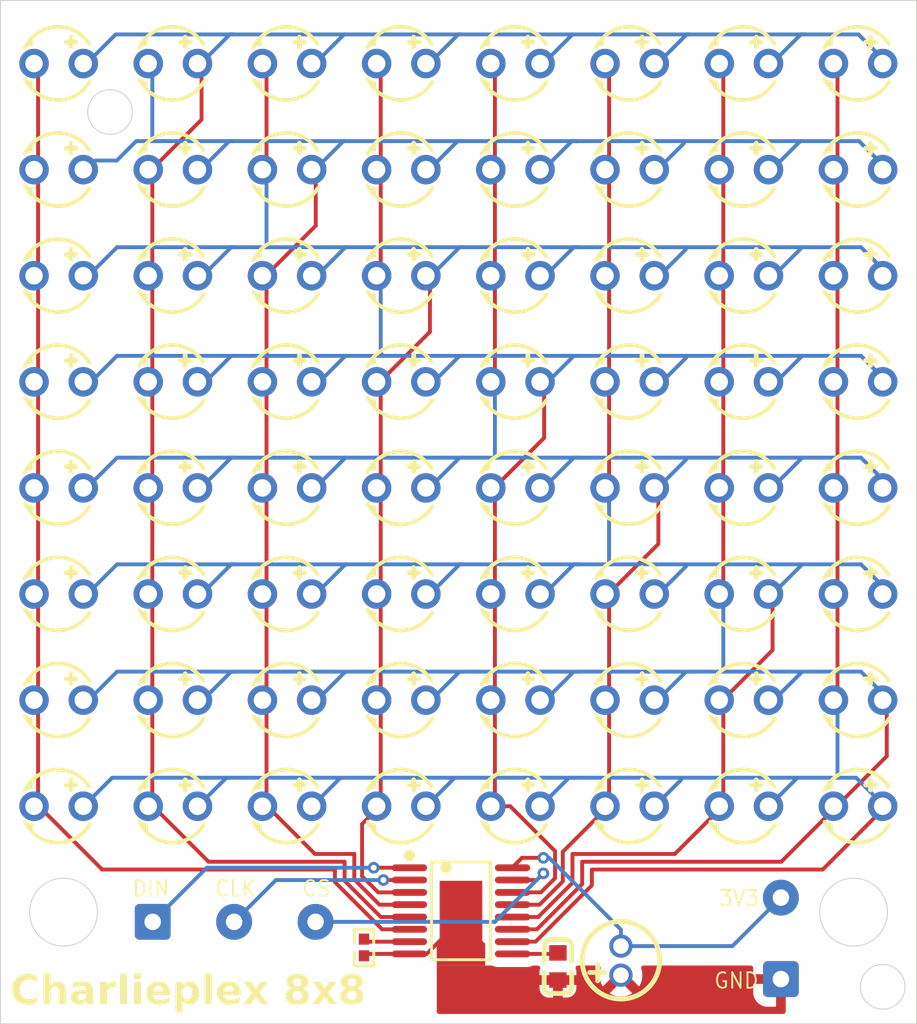
<source format=kicad_pcb>
(kicad_pcb (version 20241229) (generator "pcbnew") (generator_version "9.0")
  (layers (0 "F.Cu" signal) (2 "B.Cu" signal) (13 "F.Paste" user) (15 "B.Paste" user) (5 "F.SilkS" user "F.Silkscreen") (7 "B.SilkS" user "B.Silkscreen") (1 "F.Mask" user) (3 "B.Mask" user) (25 "Edge.Cuts" user))
  (net 0 "")
  (net 1 "/CA1")
  (net 2 "/CA5")
  (net 3 "/CA4")
  (net 4 "GND")
  (net 5 "Net-(U1-OSC)")
  (net 6 "Net-(U1-ISET)")
  (net 7 "Net-(J2-Pin_3)")
  (net 8 "/CA3")
  (net 9 "/CA7")
  (net 10 "/CA9")
  (net 11 "/CA6")
  (net 12 "/CA2")
  (net 13 "Net-(J2-Pin_2)")
  (net 14 "/CA8")
  (net 15 "Net-(J2-Pin_1)")
  (net 16 "+3.3V")
  (footprint "easyeda2kicad:LED-TH_BD3.8-P2.54-RD" (layer "F.Cu") (at 172.84 83.69)
    (property "Reference" "D51" (hide yes))
    (property "Value" "LED" (hide yes))
  )
  (footprint "easyeda2kicad:LED-TH_BD3.8-P2.54-RD" (layer "F.Cu") (at 166.95 111.04)
    (property "Reference" "D48" (hide yes))
    (property "Value" "LED" (hide yes))
  )
  (footprint "easyeda2kicad:LED-TH_BD3.8-P2.54-RD" (layer "F.Cu") (at 161.06 111.04)
    (property "Reference" "D40" (hide yes))
    (property "Value" "LED" (hide yes))
  )
  (footprint "easyeda2kicad:LED-TH_BD3.8-P2.54-RD" (layer "F.Cu") (at 149.28 94.63)
    (property "Reference" "D21" (hide yes))
    (property "Value" "LED" (hide yes))
  )
  (footprint "easyeda2kicad:LED-TH_BD3.8-P2.54-RD" (layer "F.Cu") (at 166.95 78.22)
    (property "Reference" "D42" (hide yes))
    (property "Value" "LED" (hide yes))
  )
  (footprint "easyeda2kicad:LED-TH_BD3.8-P2.54-RD" (layer "F.Cu") (at 137.5 100.1)
    (property "Reference" "D6" (hide yes))
    (property "Value" "LED" (hide yes))
  )
  (footprint "easyeda2kicad:LED-TH_BD3.8-P2.54-RD" (layer "F.Cu") (at 178.73 72.75)
    (property "Reference" "D57" (hide yes))
    (property "Value" "LED" (hide yes))
  )
  (footprint "easyeda2kicad:LED-TH_BD3.8-P2.54-RD" (layer "F.Cu") (at 149.28 111.04)
    (property "Reference" "D24" (hide yes))
    (property "Value" "LED" (hide yes))
  )
  (footprint "easyeda2kicad:LED-TH_BD3.8-P2.54-RD" (layer "F.Cu") (at 161.06 105.57)
    (property "Reference" "D39" (hide yes))
    (property "Value" "LED" (hide yes))
  )
  (footprint "easyeda2kicad:LED-TH_BD3.8-P2.54-RD" (layer "F.Cu") (at 178.73 100.1)
    (property "Reference" "D62" (hide yes))
    (property "Value" "LED" (hide yes))
  )
  (footprint "easyeda2kicad:LED-TH_BD3.8-P2.54-RD" (layer "F.Cu") (at 178.73 89.16)
    (property "Reference" "D60" (hide yes))
    (property "Value" "LED" (hide yes))
  )
  (footprint "easyeda2kicad:LED-TH_BD3.8-P2.54-RD" (layer "F.Cu") (at 149.28 83.69)
    (property "Reference" "D19" (hide yes))
    (property "Value" "LED" (hide yes))
  )
  (footprint "easyeda2kicad:R0402" (layer "F.Cu") (at 153.25 118.32 -90)
    (property "Reference" "R1" (hide yes))
    (property "Value" "56kΩ")
  )
  (footprint "easyeda2kicad:LED-TH_BD3.8-P2.54-RD" (layer "F.Cu") (at 143.39 89.16)
    (property "Reference" "D12" (hide yes))
    (property "Value" "LED" (hide yes))
  )
  (footprint "easyeda2kicad:LED-TH_BD3.8-P2.54-RD" (layer "F.Cu") (at 155.17 72.75)
    (property "Reference" "D25" (hide yes))
    (property "Value" "LED" (hide yes))
  )
  (footprint "easyeda2kicad:LED-TH_BD3.8-P2.54-RD" (layer "F.Cu") (at 137.5 78.22)
    (property "Reference" "D2" (hide yes))
    (property "Value" "LED" (hide yes))
  )
  (footprint "easyeda2kicad:LED-TH_BD3.8-P2.54-RD" (layer "F.Cu") (at 161.06 78.22)
    (property "Reference" "D34" (hide yes))
    (property "Value" "LED" (hide yes))
  )
  (footprint "easyeda2kicad:LED-TH_BD3.8-P2.54-RD" (layer "F.Cu") (at 166.95 72.75)
    (property "Reference" "D41" (hide yes))
    (property "Value" "LED" (hide yes))
  )
  (footprint "easyeda2kicad:LED-TH_BD3.8-P2.54-RD" (layer "F.Cu") (at 149.28 78.22)
    (property "Reference" "D18" (hide yes))
    (property "Value" "LED" (hide yes))
  )
  (footprint "easyeda2kicad:LED-TH_BD3.8-P2.54-RD" (layer "F.Cu") (at 178.73 78.22)
    (property "Reference" "D58" (hide yes))
    (property "Value" "LED" (hide yes))
  )
  (footprint "easyeda2kicad:CAP-TH_BD4.0-P1.50-D0.8-FD" (layer "F.Cu") (at 166.5 119 90)
    (property "Reference" "C2" (hide yes))
    (property "Value" "100nF")
  )
  (footprint "easyeda2kicad:LED-TH_BD3.8-P2.54-RD" (layer "F.Cu") (at 155.17 111.04)
    (property "Reference" "D32" (hide yes))
    (property "Value" "LED" (hide yes))
  )
  (footprint "easyeda2kicad:LED-TH_BD3.8-P2.54-RD" (layer "F.Cu") (at 149.28 100.1)
    (property "Reference" "D22" (hide yes))
    (property "Value" "LED" (hide yes))
  )
  (footprint "easyeda2kicad:LED-TH_BD3.8-P2.54-RD" (layer "F.Cu") (at 149.28 89.16)
    (property "Reference" "D20" (hide yes))
    (property "Value" "LED" (hide yes))
  )
  (footprint "easyeda2kicad:LED-TH_BD3.8-P2.54-RD" (layer "F.Cu") (at 172.84 111.04)
    (property "Reference" "D56" (hide yes))
    (property "Value" "LED" (hide yes))
  )
  (footprint "easyeda2kicad:LED-TH_BD3.8-P2.54-RD" (layer "F.Cu") (at 161.06 94.63)
    (property "Reference" "D37" (hide yes))
    (property "Value" "LED" (hide yes))
  )
  (footprint "easyeda2kicad:LED-TH_BD3.8-P2.54-RD" (layer "F.Cu") (at 172.84 105.57)
    (property "Reference" "D55" (hide yes))
    (property "Value" "LED" (hide yes))
  )
  (footprint "easyeda2kicad:LED-TH_BD3.8-P2.54-RD" (layer "F.Cu") (at 166.95 89.16)
    (property "Reference" "D44" (hide yes))
    (property "Value" "LED" (hide yes))
  )
  (footprint "easyeda2kicad:LED-TH_BD3.8-P2.54-RD" (layer "F.Cu") (at 166.95 100.1)
    (property "Reference" "D46" (hide yes))
    (property "Value" "LED" (hide yes))
  )
  (footprint "easyeda2kicad:QSOP-16_L4.9-W3.9-P0.64-LS6.0-BL-EP-1" (layer "F.Cu") (at 158.25 116.4325 -90)
    (property "Reference" "U1" (hide yes))
    (property "Value" "MAX6951CEE_T" (hide yes))
  )
  (footprint "easyeda2kicad:LED-TH_BD3.8-P2.54-RD" (layer "F.Cu") (at 155.17 89.16)
    (property "Reference" "D28" (hide yes))
    (property "Value" "LED" (hide yes))
  )
  (footprint "easyeda2kicad:LED-TH_BD3.8-P2.54-RD" (layer "F.Cu") (at 155.17 105.57)
    (property "Reference" "D31" (hide yes))
    (property "Value" "LED" (hide yes))
  )
  (footprint "easyeda2kicad:LED-TH_BD3.8-P2.54-RD" (layer "F.Cu") (at 155.17 100.1)
    (property "Reference" "D30" (hide yes))
    (property "Value" "LED" (hide yes))
  )
  (footprint "easyeda2kicad:LED-TH_BD3.8-P2.54-RD" (layer "F.Cu") (at 149.28 72.75)
    (property "Reference" "D17" (hide yes))
    (property "Value" "LED" (hide yes))
  )
  (footprint "easyeda2kicad:LED-TH_BD3.8-P2.54-RD" (layer "F.Cu") (at 137.5 83.69)
    (property "Reference" "D3" (hide yes))
    (property "Value" "LED" (hide yes))
  )
  (footprint "easyeda2kicad:LED-TH_BD3.8-P2.54-RD" (layer "F.Cu") (at 137.5 105.57)
    (property "Reference" "D7" (hide yes))
    (property "Value" "LED" (hide yes))
  )
  (footprint "easyeda2kicad:LED-TH_BD3.8-P2.54-RD" (layer "F.Cu") (at 166.95 83.69)
    (property "Reference" "D43" (hide yes))
    (property "Value" "LED" (hide yes))
  )
  (footprint "easyeda2kicad:LED-TH_BD3.8-P2.54-RD" (layer "F.Cu") (at 172.84 78.22)
    (property "Reference" "D50" (hide yes))
    (property "Value" "LED" (hide yes))
  )
  (footprint "easyeda2kicad:LED-TH_BD3.8-P2.54-RD" (layer "F.Cu") (at 143.39 94.63)
    (property "Reference" "D13" (hide yes))
    (property "Value" "LED" (hide yes))
  )
  (footprint "Connector_Wire:SolderWire-0.25sqmm_1x03_P4.2mm_D0.65mm_OD1.7mm" (layer "F.Cu") (at 142.35 117)
    (property "Reference" "J2" (hide yes))
    (property "Value" "SPI" (hide yes))
  )
  (footprint "easyeda2kicad:LED-TH_BD3.8-P2.54-RD" (layer "F.Cu") (at 137.5 89.16)
    (property "Reference" "D4" (hide yes))
    (property "Value" "LED" (hide yes))
  )
  (footprint "easyeda2kicad:LED-TH_BD3.8-P2.54-RD" (layer "F.Cu") (at 149.28 105.57)
    (property "Reference" "D23" (hide yes))
    (property "Value" "LED" (hide yes))
  )
  (footprint "easyeda2kicad:LED-TH_BD3.8-P2.54-RD" (layer "F.Cu") (at 137.5 72.75)
    (property "Reference" "D1" (hide yes))
    (property "Value" "LED" (hide yes))
  )
  (footprint "easyeda2kicad:LED-TH_BD3.8-P2.54-RD" (layer "F.Cu") (at 172.84 72.75)
    (property "Reference" "D49" (hide yes))
    (property "Value" "LED" (hide yes))
  )
  (footprint "easyeda2kicad:LED-TH_BD3.8-P2.54-RD" (layer "F.Cu") (at 172.84 100.1)
    (property "Reference" "D54" (hide yes))
    (property "Value" "LED" (hide yes))
  )
  (footprint "easyeda2kicad:LED-TH_BD3.8-P2.54-RD" (layer "F.Cu") (at 143.39 78.22)
    (property "Reference" "D10" (hide yes))
    (property "Value" "LED" (hide yes))
  )
  (footprint "easyeda2kicad:LED-TH_BD3.8-P2.54-RD" (layer "F.Cu") (at 166.95 94.63)
    (property "Reference" "D45" (hide yes))
    (property "Value" "LED" (hide yes))
  )
  (footprint "easyeda2kicad:LED-TH_BD3.8-P2.54-RD" (layer "F.Cu") (at 178.73 94.63)
    (property "Reference" "D61" (hide yes))
    (property "Value" "LED" (hide yes))
  )
  (footprint "easyeda2kicad:LED-TH_BD3.8-P2.54-RD" (layer "F.Cu") (at 161.06 89.16)
    (property "Reference" "D36" (hide yes))
    (property "Value" "LED" (hide yes))
  )
  (footprint "easyeda2kicad:LED-TH_BD3.8-P2.54-RD" (layer "F.Cu") (at 178.73 83.69)
    (property "Reference" "D59" (hide yes))
    (property "Value" "LED" (hide yes))
  )
  (footprint "easyeda2kicad:C0603" (layer "F.Cu") (at 163.25 119.3 -90)
    (property "Reference" "C3" (hide yes))
    (property "Value" "27pF")
  )
  (footprint "easyeda2kicad:LED-TH_BD3.8-P2.54-RD" (layer "F.Cu") (at 178.73 105.57)
    (property "Reference" "D63" (hide yes))
    (property "Value" "LED" (hide yes))
  )
  (footprint "easyeda2kicad:LED-TH_BD3.8-P2.54-RD" (layer "F.Cu") (at 172.84 89.16)
    (property "Reference" "D52" (hide yes))
    (property "Value" "LED" (hide yes))
  )
  (footprint "easyeda2kicad:LED-TH_BD3.8-P2.54-RD" (layer "F.Cu") (at 143.39 111.04)
    (property "Reference" "D16" (hide yes))
    (property "Value" "LED" (hide yes))
  )
  (footprint "easyeda2kicad:LED-TH_BD3.8-P2.54-RD" (layer "F.Cu") (at 137.5 94.63)
    (property "Reference" "D5" (hide yes))
    (property "Value" "LED" (hide yes))
  )
  (footprint "easyeda2kicad:LED-TH_BD3.8-P2.54-RD" (layer "F.Cu") (at 155.17 83.69)
    (property "Reference" "D27" (hide yes))
    (property "Value" "LED" (hide yes))
  )
  (footprint "Connector_Wire:SolderWire-0.25sqmm_1x02_P4.2mm_D0.65mm_OD1.7mm" (layer "F.Cu") (at 174.75 119.95 90)
    (property "Reference" "J1" (hide yes))
    (property "Value" "Power" (hide yes))
  )
  (footprint "easyeda2kicad:LED-TH_BD3.8-P2.54-RD" (layer "F.Cu") (at 155.17 94.63)
    (property "Reference" "D29" (hide yes))
    (property "Value" "LED" (hide yes))
  )
  (footprint "easyeda2kicad:LED-TH_BD3.8-P2.54-RD" (layer "F.Cu") (at 143.39 105.57)
    (property "Reference" "D15" (hide yes))
    (property "Value" "LED" (hide yes))
  )
  (footprint "easyeda2kicad:LED-TH_BD3.8-P2.54-RD" (layer "F.Cu") (at 178.73 111.04)
    (property "Reference" "D64" (hide yes))
    (property "Value" "LED" (hide yes))
  )
  (footprint "easyeda2kicad:LED-TH_BD3.8-P2.54-RD" (layer "F.Cu") (at 143.39 72.75)
    (property "Reference" "D9" (hide yes))
    (property "Value" "LED" (hide yes))
  )
  (footprint "easyeda2kicad:LED-TH_BD3.8-P2.54-RD" (layer "F.Cu") (at 172.84 94.63)
    (property "Reference" "D53" (hide yes))
    (property "Value" "LED" (hide yes))
  )
  (footprint "easyeda2kicad:LED-TH_BD3.8-P2.54-RD" (layer "F.Cu") (at 137.5 111.04)
    (property "Reference" "D8" (hide yes))
    (property "Value" "LED" (hide yes))
  )
  (footprint "easyeda2kicad:LED-TH_BD3.8-P2.54-RD" (layer "F.Cu") (at 166.95 105.57)
    (property "Reference" "D47" (hide yes))
    (property "Value" "LED" (hide yes))
  )
  (footprint "easyeda2kicad:LED-TH_BD3.8-P2.54-RD" (layer "F.Cu") (at 161.06 83.69)
    (property "Reference" "D35" (hide yes))
    (property "Value" "LED" (hide yes))
  )
  (footprint "easyeda2kicad:LED-TH_BD3.8-P2.54-RD" (layer "F.Cu") (at 161.06 72.75)
    (property "Reference" "D33" (hide yes))
    (property "Value" "LED" (hide yes))
  )
  (footprint "easyeda2kicad:LED-TH_BD3.8-P2.54-RD" (layer "F.Cu") (at 155.17 78.22)
    (property "Reference" "D26" (hide yes))
    (property "Value" "LED" (hide yes))
  )
  (footprint "easyeda2kicad:LED-TH_BD3.8-P2.54-RD" (layer "F.Cu") (at 143.39 83.69)
    (property "Reference" "D11" (hide yes))
    (property "Value" "LED" (hide yes))
  )
  (footprint "easyeda2kicad:LED-TH_BD3.8-P2.54-RD" (layer "F.Cu") (at 143.39 100.1)
    (property "Reference" "D14" (hide yes))
    (property "Value" "LED" (hide yes))
  )
  (footprint "easyeda2kicad:LED-TH_BD3.8-P2.54-RD" (layer "F.Cu") (at 161.06 100.1)
    (property "Reference" "D38" (hide yes))
    (property "Value" "LED" (hide yes))
  )
  (gr_circle (center 137.75 116.5) (end 137.75 118.25) (stroke (width 0.05)) (fill no) (layer "Edge.Cuts"))
  (gr_rect (start 134.5 69.5) (end 181.75 122.25) (stroke (width 0.05)) (fill no) (layer "Edge.Cuts"))
  (gr_circle (center 178.5 116.5) (end 178.5 118.25) (stroke (width 0.05)) (fill no) (layer "Edge.Cuts"))
  (gr_circle (center 180 120.348) (end 181.152 120.348) (stroke (width 0.05)) (fill no) (layer "Edge.Cuts"))
  (gr_circle (center 140.152 75.25) (end 141.304 75.25) (stroke (width 0.05)) (fill no) (layer "Edge.Cuts"))
  (gr_text "3V3" (at 171.5 116.25 0) (layer "F.SilkS") (effects (font (size 0.8 0.75) (thickness 0.09375)) (justify left bottom)))
  (gr_text "DIN" (at 141.25 115.75 0) (layer "F.SilkS") (effects (font (size 0.8 0.75) (thickness 0.09375)) (justify left bottom)))
  (gr_text "CS" (at 150 115.75 0) (layer "F.SilkS") (effects (font (size 0.8 0.75) (thickness 0.09375)) (justify left bottom)))
  (gr_text "Charlieplex 8x8" (at 135 121.5 0) (layer "F.SilkS") (effects (font (size 1.5 1.5) (thickness 0.3) (bold yes)) (justify left bottom)))
  (gr_text "CLK" (at 145.5 115.75 0) (layer "F.SilkS") (effects (font (size 0.8 0.75) (thickness 0.09375)) (justify left bottom)))
  (gr_text "GND" (at 171.25 120.5 0) (layer "F.SilkS") (effects (font (size 0.8 0.75) (thickness 0.09375)) (justify left bottom)))
  (segment (start 151.75 114.9513) (end 151.75 114.302) (width 0.2) (layer "F.Cu") (net 1))
  (segment (start 151.75 114.302) (end 139.742 114.302) (width 0.2) (layer "F.Cu") (net 1))
  (segment (start 136.44 89.12) (end 136.44 83.65) (width 0.2) (layer "F.Cu") (net 1))
  (segment (start 155.615 117.385) (end 154.1837 117.385) (width 0.2) (layer "F.Cu") (net 1))
  (segment (start 136.44 111) (end 136.44 105.53) (width 0.2) (layer "F.Cu") (net 1))
  (segment (start 136.44 83.65) (end 136.44 78.18) (width 0.2) (layer "F.Cu") (net 1))
  (segment (start 136.44 94.59) (end 136.44 100.06) (width 0.2) (layer "F.Cu") (net 1))
  (segment (start 136.44 89.12) (end 136.44 94.59) (width 0.2) (layer "F.Cu") (net 1))
  (segment (start 136.44 72.71) (end 136.44 78.18) (width 0.2) (layer "F.Cu") (net 1))
  (segment (start 139.742 114.302) (end 136.44 111) (width 0.2) (layer "F.Cu") (net 1))
  (segment (start 154.1837 117.385) (end 151.75 114.9513) (width 0.2) (layer "F.Cu") (net 1))
  (segment (start 136.44 105.53) (end 136.44 100.06) (width 0.2) (layer "F.Cu") (net 1))
  (segment (start 154.11 83.65) (end 154.11 78.18) (width 0.2) (layer "F.Cu") (net 2))
  (segment (start 160 105.53) (end 160 111) (width 0.2) (layer "F.Cu") (net 2))
  (segment (start 162.54 89.12) (end 162.54 92.05) (width 0.2) (layer "F.Cu") (net 2))
  (segment (start 162.369943 115.48) (end 163.101 114.748943) (width 0.2) (layer "F.Cu") (net 2))
  (segment (start 160.79 111.04) (end 159.79 111.04) (width 0.2) (layer "F.Cu") (net 2))
  (segment (start 154.11 78.18) (end 154.11 72.71) (width 0.2) (layer "F.Cu") (net 2))
  (segment (start 162.54 92.05) (end 160 94.59) (width 0.2) (layer "F.Cu") (net 2))
  (segment (start 160 94.59) (end 160 100.06) (width 0.2) (layer "F.Cu") (net 2))
  (segment (start 163.101 113.351) (end 160.79 111.04) (width 0.2) (layer "F.Cu") (net 2))
  (segment (start 160.885 115.48) (end 162.369943 115.48) (width 0.2) (layer "F.Cu") (net 2))
  (segment (start 160 100.06) (end 160 105.53) (width 0.2) (layer "F.Cu") (net 2))
  (segment (start 163.101 114.748943) (end 163.101 113.351) (width 0.2) (layer "F.Cu") (net 2))
  (segment (start 169.85 87.82) (end 175.85 87.82) (width 0.2) (layer "B.Cu") (net 2))
  (segment (start 154.25 87.82) (end 158.35 87.82) (width 0.2) (layer "B.Cu") (net 2))
  (segment (start 146.4 87.82) (end 146.6 87.82) (width 0.2) (layer "B.Cu") (net 2))
  (segment (start 140.51 87.82) (end 146.6 87.82) (width 0.2) (layer "B.Cu") (net 2))
  (segment (start 158.18 87.82) (end 158.35 87.82) (width 0.2) (layer "B.Cu") (net 2))
  (segment (start 139.08 89.25) (end 140.51 87.82) (width 0.2) (layer "B.Cu") (net 2))
  (segment (start 146.6 87.82) (end 152.35 87.82) (width 0.2) (layer "B.Cu") (net 2))
  (segment (start 169.85 87.93) (end 169.85 87.82) (width 0.2) (layer "B.Cu") (net 2))
  (segment (start 162.77 89.12) (end 164.07 87.82) (width 0.2) (layer "B.Cu") (net 2))
  (segment (start 156.75 89.25) (end 158.18 87.82) (width 0.2) (layer "B.Cu") (net 2))
  (segment (start 154.11 83.65) (end 154.11 87.68) (width 0.2) (layer "B.Cu") (net 2))
  (segment (start 152.29 87.82) (end 152.35 87.82) (width 0.2) (layer "B.Cu") (net 2))
  (segment (start 150.86 89.25) (end 152.29 87.82) (width 0.2) (layer "B.Cu") (net 2))
  (segment (start 174.42 89.25) (end 175.85 87.82) (width 0.2) (layer "B.Cu") (net 2))
  (segment (start 158.35 87.82) (end 164.35 87.82) (width 0.2) (layer "B.Cu") (net 2))
  (segment (start 152.35 87.82) (end 154.25 87.82) (width 0.2) (layer "B.Cu") (net 2))
  (segment (start 175.85 87.82) (end 178.88 87.82) (width 0.2) (layer "B.Cu") (net 2))
  (segment (start 178.88 87.82) (end 180.31 89.25) (width 0.2) (layer "B.Cu") (net 2))
  (segment (start 144.97 89.25) (end 146.4 87.82) (width 0.2) (layer "B.Cu") (net 2))
  (segment (start 154.11 87.68) (end 154.25 87.82) (width 0.2) (layer "B.Cu") (net 2))
  (segment (start 164.35 87.82) (end 169.85 87.82) (width 0.2) (layer "B.Cu") (net 2))
  (segment (start 164.07 87.82) (end 164.35 87.82) (width 0.2) (layer "B.Cu") (net 2))
  (segment (start 168.53 89.25) (end 169.85 87.93) (width 0.2) (layer "B.Cu") (net 2))
  (segment (start 153.149 114.649) (end 153.149 111.961) (width 0.2) (layer "F.Cu") (net 3))
  (segment (start 153.98 115.48) (end 153.149 114.649) (width 0.2) (layer "F.Cu") (net 3))
  (segment (start 154.11 111) (end 154.11 89.12) (width 0.2) (layer "F.Cu") (net 3))
  (segment (start 155.615 115.48) (end 153.98 115.48) (width 0.2) (layer "F.Cu") (net 3))
  (segment (start 156.65 83.65) (end 156.65 86.58) (width 0.2) (layer "F.Cu") (net 3))
  (segment (start 156.65 86.58) (end 154.11 89.12) (width 0.2) (layer "F.Cu") (net 3))
  (segment (start 153.149 111.961) (end 154.11 111) (width 0.2) (layer "F.Cu") (net 3))
  (segment (start 148.22 72.71) (end 148.22 78.18) (width 0.2) (layer "F.Cu") (net 3))
  (segment (start 152.29 82.22) (end 152.35 82.22) (width 0.2) (layer "B.Cu") (net 3))
  (segment (start 158.35 82.22) (end 164.35 82.22) (width 0.2) (layer "B.Cu") (net 3))
  (segment (start 146.6 82.22) (end 148.25 82.22) (width 0.2) (layer "B.Cu") (net 3))
  (segment (start 168.53 83.65) (end 169.85 82.33) (width 0.2) (layer "B.Cu") (net 3))
  (segment (start 144.97 83.65) (end 146.4 82.22) (width 0.2) (layer "B.Cu") (net 3))
  (segment (start 140.51 82.22) (end 146.6 82.22) (width 0.2) (layer "B.Cu") (net 3))
  (segment (start 148.22 82.19) (end 148.25 82.22) (width 0.2) (layer "B.Cu") (net 3))
  (segment (start 148.25 82.22) (end 152.35 82.22) (width 0.2) (layer "B.Cu") (net 3))
  (segment (start 152.35 82.22) (end 158.35 82.22) (width 0.2) (layer "B.Cu") (net 3))
  (segment (start 178.88 82.22) (end 180.31 83.65) (width 0.2) (layer "B.Cu") (net 3))
  (segment (start 139.08 83.65) (end 140.51 82.22) (width 0.2) (layer "B.Cu") (net 3))
  (segment (start 169.85 82.33) (end 169.85 82.22) (width 0.2) (layer "B.Cu") (net 3))
  (segment (start 148.22 78.18) (end 148.22 82.19) (width 0.2) (layer "B.Cu") (net 3))
  (segment (start 164.35 82.22) (end 169.85 82.22) (width 0.2) (layer "B.Cu") (net 3))
  (segment (start 146.4 82.22) (end 146.6 82.22) (width 0.2) (layer "B.Cu") (net 3))
  (segment (start 164.07 82.22) (end 164.35 82.22) (width 0.2) (layer "B.Cu") (net 3))
  (segment (start 158.18 82.22) (end 158.35 82.22) (width 0.2) (layer "B.Cu") (net 3))
  (segment (start 175.85 82.22) (end 178.88 82.22) (width 0.2) (layer "B.Cu") (net 3))
  (segment (start 156.75 83.65) (end 158.18 82.22) (width 0.2) (layer "B.Cu") (net 3))
  (segment (start 174.42 83.65) (end 175.85 82.22) (width 0.2) (layer "B.Cu") (net 3))
  (segment (start 162.64 83.65) (end 164.07 82.22) (width 0.2) (layer "B.Cu") (net 3))
  (segment (start 169.85 82.22) (end 175.85 82.22) (width 0.2) (layer "B.Cu") (net 3))
  (segment (start 150.86 83.65) (end 152.29 82.22) (width 0.2) (layer "B.Cu") (net 3))
  (segment (start 153.4575 118.6525) (end 153.25 118.86) (width 0.2) (layer "F.Cu") (net 4))
  (segment (start 155.59 118.6525) (end 153.3475 118.6525) (width 0.2) (layer "F.Cu") (net 4))
  (segment (start 156.48 118.6525) (end 158.25 116.8825) (width 0.2) (layer "F.Cu") (net 4))
  (segment (start 155.59 118.6525) (end 156.48 118.6525) (width 0.2) (layer "F.Cu") (net 4))
  (segment (start 160.91 118.6525) (end 163.1975 118.6525) (width 0.2) (layer "F.Cu") (net 5))
  (segment (start 155.59 118.0225) (end 153.3825 118.0225) (width 0.2) (layer "F.Cu") (net 6))
  (segment (start 162.5 114.5) (end 162.155 114.845) (width 0.2) (layer "F.Cu") (net 7))
  (segment (start 162.155 114.845) (end 160.885 114.845) (width 0.2) (layer "F.Cu") (net 7))
  (via (at 162.5 114.5) (size 0.6) (drill 0.3) (layers "F.Cu" "B.Cu") (net 7))
  (segment (start 162.5 114.5) (end 160 117) (width 0.2) (layer "B.Cu") (net 7))
  (segment (start 160 117) (end 150.75 117) (width 0.2) (layer "B.Cu") (net 7))
  (segment (start 150.76 81.11) (end 148.22 83.65) (width 0.2) (layer "F.Cu") (net 8))
  (segment (start 152.748 113.5) (end 150.72 113.5) (width 0.2) (layer "F.Cu") (net 8))
  (segment (start 148.22 83.65) (end 148.22 89.12) (width 0.2) (layer "F.Cu") (net 8))
  (segment (start 148.22 89.12) (end 148.22 94.59) (width 0.2) (layer "F.Cu") (net 8))
  (segment (start 152.748 114.8151) (end 152.748 113.5) (width 0.2) (layer "F.Cu") (net 8))
  (segment (start 148.22 105.53) (end 148.22 111) (width 0.2) (layer "F.Cu") (net 8))
  (segment (start 148.22 100.06) (end 148.22 94.59) (width 0.2) (layer "F.Cu") (net 8))
  (segment (start 150.76 78.18) (end 150.76 81.11) (width 0.2) (layer "F.Cu") (net 8))
  (segment (start 154.0479 116.115) (end 152.748 114.8151) (width 0.2) (layer "F.Cu") (net 8))
  (segment (start 150.72 113.5) (end 148.22 111) (width 0.2) (layer "F.Cu") (net 8))
  (segment (start 148.22 105.53) (end 148.22 100.06) (width 0.2) (layer "F.Cu") (net 8))
  (segment (start 155.615 116.115) (end 154.0479 116.115) (width 0.2) (layer "F.Cu") (net 8))
  (segment (start 141.5 76.75) (end 142.25 76.75) (width 0.2) (layer "B.Cu") (net 8))
  (segment (start 152.25 76.75) (end 158.25 76.75) (width 0.2) (layer "B.Cu") (net 8))
  (segment (start 178.78 76.75) (end 180.21 78.18) (width 0.2) (layer "B.Cu") (net 8))
  (segment (start 156.65 78.18) (end 158.08 76.75) (width 0.2) (layer "B.Cu") (net 8))
  (segment (start 175.75 76.75) (end 178.78 76.75) (width 0.2) (layer "B.Cu") (net 8))
  (segment (start 142.33 76.67) (end 142.25 76.75) (width 0.2) (layer "B.Cu") (net 8))
  (segment (start 146.5 76.75) (end 152.25 76.75) (width 0.2) (layer "B.Cu") (net 8))
  (segment (start 146.3 76.75) (end 146.5 76.75) (width 0.2) (layer "B.Cu") (net 8))
  (segment (start 158.08 76.75) (end 158.25 76.75) (width 0.2) (layer "B.Cu") (net 8))
  (segment (start 152.19 76.75) (end 152.25 76.75) (width 0.2) (layer "B.Cu") (net 8))
  (segment (start 164.25 76.75) (end 169.75 76.75) (width 0.2) (layer "B.Cu") (net 8))
  (segment (start 158.25 76.75) (end 164.25 76.75) (width 0.2) (layer "B.Cu") (net 8))
  (segment (start 144.87 78.18) (end 146.3 76.75) (width 0.2) (layer "B.Cu") (net 8))
  (segment (start 162.54 78.18) (end 163.97 76.75) (width 0.2) (layer "B.Cu") (net 8))
  (segment (start 169.75 76.86) (end 169.75 76.75) (width 0.2) (layer "B.Cu") (net 8))
  (segment (start 168.43 78.18) (end 169.75 76.86) (width 0.2) (layer "B.Cu") (net 8))
  (segment (start 150.76 78.18) (end 152.19 76.75) (width 0.2) (layer "B.Cu") (net 8))
  (segment (start 140.5 77.75) (end 141.5 76.75) (width 0.2) (layer "B.Cu") (net 8))
  (segment (start 163.97 76.75) (end 164.25 76.75) (width 0.2) (layer "B.Cu") (net 8))
  (segment (start 138.98 78.18) (end 139.41 77.75) (width 0.2) (layer "B.Cu") (net 8))
  (segment (start 169.75 76.75) (end 175.75 76.75) (width 0.2) (layer "B.Cu") (net 8))
  (segment (start 174.32 78.18) (end 175.75 76.75) (width 0.2) (layer "B.Cu") (net 8))
  (segment (start 142.33 72.71) (end 142.33 76.67) (width 0.2) (layer "B.Cu") (net 8))
  (segment (start 139.41 77.75) (end 140.5 77.75) (width 0.2) (layer "B.Cu") (net 8))
  (segment (start 142.25 76.75) (end 146.5 76.75) (width 0.2) (layer "B.Cu") (net 8))
  (segment (start 162.234143 116.75) (end 164 114.984143) (width 0.2) (layer "F.Cu") (net 9))
  (segment (start 165.89 89.12) (end 165.89 83.65) (width 0.2) (layer "F.Cu") (net 9))
  (segment (start 165.89 94.59) (end 165.89 89.12) (width 0.2) (layer "F.Cu") (net 9))
  (segment (start 160.885 116.75) (end 162.234143 116.75) (width 0.2) (layer "F.Cu") (net 9))
  (segment (start 164 114.984143) (end 164 113.5) (width 0.2) (layer "F.Cu") (net 9))
  (segment (start 165.89 72.71) (end 165.89 78.18) (width 0.2) (layer "F.Cu") (net 9))
  (segment (start 164 113.5) (end 169.28 113.5) (width 0.2) (layer "F.Cu") (net 9))
  (segment (start 169.28 113.5) (end 171.78 111) (width 0.2) (layer "F.Cu") (net 9))
  (segment (start 165.89 83.65) (end 165.89 78.18) (width 0.2) (layer "F.Cu") (net 9))
  (segment (start 171.78 105.53) (end 171.78 111) (width 0.2) (layer "F.Cu") (net 9))
  (segment (start 174.32 100.06) (end 174.32 102.99) (width 0.2) (layer "F.Cu") (net 9))
  (segment (start 174.32 102.99) (end 171.78 105.53) (width 0.2) (layer "F.Cu") (net 9))
  (segment (start 158.35 98.57) (end 164.35 98.57) (width 0.2) (layer "B.Cu") (net 9))
  (segment (start 174.42 100) (end 175.85 98.57) (width 0.2) (layer "B.Cu") (net 9))
  (segment (start 169.85 98.57) (end 175.85 98.57) (width 0.2) (layer "B.Cu") (net 9))
  (segment (start 164.35 98.57) (end 166 98.57) (width 0.2) (layer "B.Cu") (net 9))
  (segment (start 168.53 100) (end 169.85 98.68) (width 0.2) (layer "B.Cu") (net 9))
  (segment (start 146.4 98.57) (end 146.6 98.57) (width 0.2) (layer "B.Cu") (net 9))
  (segment (start 156.75 100) (end 158.18 98.57) (width 0.2) (layer "B.Cu") (net 9))
  (segment (start 165.89 98.46) (end 166 98.57) (width 0.2) (layer "B.Cu") (net 9))
  (segment (start 150.86 100) (end 152.29 98.57) (width 0.2) (layer "B.Cu") (net 9))
  (segment (start 139.08 100) (end 140.51 98.57) (width 0.2) (layer "B.Cu") (net 9))
  (segment (start 169.85 98.68) (end 169.85 98.57) (width 0.2) (layer "B.Cu") (net 9))
  (segment (start 175.85 98.57) (end 178.88 98.57) (width 0.2) (layer "B.Cu") (net 9))
  (segment (start 166 98.57) (end 169.85 98.57) (width 0.2) (layer "B.Cu") (net 9))
  (segment (start 140.51 98.57) (end 146.6 98.57) (width 0.2) (layer "B.Cu") (net 9))
  (segment (start 162.64 100) (end 164.07 98.57) (width 0.2) (layer "B.Cu") (net 9))
  (segment (start 144.97 100) (end 146.4 98.57) (width 0.2) (layer "B.Cu") (net 9))
  (segment (start 158.18 98.57) (end 158.35 98.57) (width 0.2) (layer "B.Cu") (net 9))
  (segment (start 152.29 98.57) (end 152.35 98.57) (width 0.2) (layer "B.Cu") (net 9))
  (segment (start 178.88 98.57) (end 180.31 100) (width 0.2) (layer "B.Cu") (net 9))
  (segment (start 146.6 98.57) (end 152.35 98.57) (width 0.2) (layer "B.Cu") (net 9))
  (segment (start 165.89 94.59) (end 165.89 98.46) (width 0.2) (layer "B.Cu") (net 9))
  (segment (start 152.35 98.57) (end 158.35 98.57) (width 0.2) (layer "B.Cu") (net 9))
  (segment (start 164.07 98.57) (end 164.35 98.57) (width 0.2) (layer "B.Cu") (net 9))
  (segment (start 177.67 83.65) (end 177.67 78.18) (width 0.2) (layer "F.Cu") (net 10))
  (segment (start 177.67 94.59) (end 177.67 89.12) (width 0.2) (layer "F.Cu") (net 10))
  (segment (start 177.67 94.59) (end 177.67 100.06) (width 0.2) (layer "F.Cu") (net 10))
  (segment (start 160.885 118.02) (end 162.098343 118.02) (width 0.2) (layer "F.Cu") (net 10))
  (segment (start 162.098343 118.02) (end 165 115.118343) (width 0.2) (layer "F.Cu") (net 10))
  (segment (start 176.908 114.302) (end 180.21 111) (width 0.2) (layer "F.Cu") (net 10))
  (segment (start 177.67 105.53) (end 177.67 100.06) (width 0.2) (layer "F.Cu") (net 10))
  (segment (start 165 115.118343) (end 165 114.302) (width 0.2) (layer "F.Cu") (net 10))
  (segment (start 177.67 89.12) (end 177.67 83.65) (width 0.2) (layer "F.Cu") (net 10))
  (segment (start 177.67 78.18) (end 177.67 72.71) (width 0.2) (layer "F.Cu") (net 10))
  (segment (start 165 114.302) (end 176.908 114.302) (width 0.2) (layer "F.Cu") (net 10))
  (segment (start 163.82 109.57) (end 164.1 109.57) (width 0.2) (layer "B.Cu") (net 10))
  (segment (start 150.61 111) (end 152.04 109.57) (width 0.2) (layer "B.Cu") (net 10))
  (segment (start 144.72 111) (end 146.15 109.57) (width 0.2) (layer "B.Cu") (net 10))
  (segment (start 140.26 109.57) (end 146.35 109.57) (width 0.2) (layer "B.Cu") (net 10))
  (segment (start 152.1 109.57) (end 158.1 109.57) (width 0.2) (layer "B.Cu") (net 10))
  (segment (start 156.5 111) (end 157.93 109.57) (width 0.2) (layer "B.Cu") (net 10))
  (segment (start 177.67 105.53) (end 177.67 109.49) (width 0.2) (layer "B.Cu") (net 10))
  (segment (start 158.1 109.57) (end 164.1 109.57) (width 0.2) (layer "B.Cu") (net 10))
  (segment (start 157.93 109.57) (end 158.1 109.57) (width 0.2) (layer "B.Cu") (net 10))
  (segment (start 162.39 111) (end 163.82 109.57) (width 0.2) (layer "B.Cu") (net 10))
  (segment (start 138.83 111) (end 140.26 109.57) (width 0.2) (layer "B.Cu") (net 10))
  (segment (start 178.63 109.57) (end 180.06 111) (width 0.2) (layer "B.Cu") (net 10))
  (segment (start 169.6 109.68) (end 169.6 109.57) (width 0.2) (layer "B.Cu") (net 10))
  (segment (start 175.6 109.57) (end 177.75 109.57) (width 0.2) (layer "B.Cu") (net 10))
  (segment (start 168.28 111) (end 169.6 109.68) (width 0.2) (layer "B.Cu") (net 10))
  (segment (start 177.67 109.49) (end 177.75 109.57) (width 0.2) (layer "B.Cu") (net 10))
  (segment (start 177.75 109.57) (end 178.63 109.57) (width 0.2) (layer "B.Cu") (net 10))
  (segment (start 146.15 109.57) (end 146.35 109.57) (width 0.2) (layer "B.Cu") (net 10))
  (segment (start 146.35 109.57) (end 152.1 109.57) (width 0.2) (layer "B.Cu") (net 10))
  (segment (start 169.6 109.57) (end 175.6 109.57) (width 0.2) (layer "B.Cu") (net 10))
  (segment (start 164.1 109.57) (end 169.6 109.57) (width 0.2) (layer "B.Cu") (net 10))
  (segment (start 152.04 109.57) (end 152.1 109.57) (width 0.2) (layer "B.Cu") (net 10))
  (segment (start 174.17 111) (end 175.6 109.57) (width 0.2) (layer "B.Cu") (net 10))
  (segment (start 160 72.71) (end 160 78.18) (width 0.2) (layer "F.Cu") (net 11))
  (segment (start 160 83.65) (end 160 89.12) (width 0.2) (layer "F.Cu") (net 11))
  (segment (start 162.302043 116.115) (end 163.502 114.915043) (width 0.2) (layer "F.Cu") (net 11))
  (segment (start 160.885 116.115) (end 162.302043 116.115) (width 0.2) (layer "F.Cu") (net 11))
  (segment (start 163.502 114.915043) (end 163.502 113.388) (width 0.2) (layer "F.Cu") (net 11))
  (segment (start 165.89 105.53) (end 165.89 111) (width 0.2) (layer "F.Cu") (net 11))
  (segment (start 168.43 94.59) (end 168.43 97.52) (width 0.2) (layer "F.Cu") (net 11))
  (segment (start 163.502 113.388) (end 165.89 111) (width 0.2) (layer "F.Cu") (net 11))
  (segment (start 168.43 97.52) (end 165.89 100.06) (width 0.2) (layer "F.Cu") (net 11))
  (segment (start 165.89 100.06) (end 165.89 105.53) (width 0.2) (layer "F.Cu") (net 11))
  (segment (start 160 83.65) (end 160 78.18) (width 0.2) (layer "F.Cu") (net 11))
  (segment (start 160 89.12) (end 160 93.07) (width 0.2) (layer "B.Cu") (net 11))
  (segment (start 160 93.07) (end 164.35 93.07) (width 0.2) (layer "B.Cu") (net 11))
  (segment (start 156.75 94.5) (end 158.18 93.07) (width 0.2) (layer "B.Cu") (net 11))
  (segment (start 146.6 93.07) (end 152.35 93.07) (width 0.2) (layer "B.Cu") (net 11))
  (segment (start 169.85 93.18) (end 169.85 93.07) (width 0.2) (layer "B.Cu") (net 11))
  (segment (start 140.51 93.07) (end 146.6 93.07) (width 0.2) (layer "B.Cu") (net 11))
  (segment (start 146.4 93.07) (end 146.6 93.07) (width 0.2) (layer "B.Cu") (net 11))
  (segment (start 175.85 93.07) (end 178.88 93.07) (width 0.2) (layer "B.Cu") (net 11))
  (segment (start 169.85 93.07) (end 175.85 93.07) (width 0.2) (layer "B.Cu") (net 11))
  (segment (start 164.35 93.07) (end 169.85 93.07) (width 0.2) (layer "B.Cu") (net 11))
  (segment (start 144.97 94.5) (end 146.4 93.07) (width 0.2) (layer "B.Cu") (net 11))
  (segment (start 178.88 93.07) (end 180.31 94.5) (width 0.2) (layer "B.Cu") (net 11))
  (segment (start 164.07 93.07) (end 164.35 93.07) (width 0.2) (layer "B.Cu") (net 11))
  (segment (start 174.42 94.5) (end 175.85 93.07) (width 0.2) (layer "B.Cu") (net 11))
  (segment (start 152.29 93.07) (end 152.35 93.07) (width 0.2) (layer "B.Cu") (net 11))
  (segment (start 150.86 94.5) (end 152.29 93.07) (width 0.2) (layer "B.Cu") (net 11))
  (segment (start 162.64 94.5) (end 164.07 93.07) (width 0.2) (layer "B.Cu") (net 11))
  (segment (start 168.53 94.5) (end 169.85 93.18) (width 0.2) (layer "B.Cu") (net 11))
  (segment (start 139.08 94.5) (end 140.51 93.07) (width 0.2) (layer "B.Cu") (net 11))
  (segment (start 158.18 93.07) (end 158.35 93.07) (width 0.2) (layer "B.Cu") (net 11))
  (segment (start 158.35 93.07) (end 160 93.07) (width 0.2) (layer "B.Cu") (net 11))
  (segment (start 152.35 93.07) (end 158.35 93.07) (width 0.2) (layer "B.Cu") (net 11))
  (segment (start 142.33 78.18) (end 142.33 83.65) (width 0.2) (layer "F.Cu") (net 12))
  (segment (start 144.87 72.71) (end 144.87 75.64) (width 0.2) (layer "F.Cu") (net 12))
  (segment (start 152.25 114.8842) (end 152.25 113.901) (width 0.2) (layer "F.Cu") (net 12))
  (segment (start 142.33 105.53) (end 142.33 111) (width 0.2) (layer "F.Cu") (net 12))
  (segment (start 145.231 113.901) (end 142.33 111) (width 0.2) (layer "F.Cu") (net 12))
  (segment (start 142.33 105.53) (end 142.33 100.06) (width 0.2) (layer "F.Cu") (net 12))
  (segment (start 142.33 100.06) (end 142.33 94.59) (width 0.2) (layer "F.Cu") (net 12))
  (segment (start 152.25 113.901) (end 145.231 113.901) (width 0.2) (layer "F.Cu") (net 12))
  (segment (start 144.87 75.64) (end 142.33 78.18) (width 0.2) (layer "F.Cu") (net 12))
  (segment (start 154.1158 116.75) (end 152.25 114.8842) (width 0.2) (layer "F.Cu") (net 12))
  (segment (start 142.33 94.59) (end 142.33 89.12) (width 0.2) (layer "F.Cu") (net 12))
  (segment (start 142.33 83.65) (end 142.33 89.12) (width 0.2) (layer "F.Cu") (net 12))
  (segment (start 155.615 116.75) (end 154.1158 116.75) (width 0.2) (layer "F.Cu") (net 12))
  (segment (start 138.98 72.71) (end 140.44 71.25) (width 0.2) (layer "B.Cu") (net 12))
  (segment (start 152.22 71.25) (end 152.25 71.25) (width 0.2) (layer "B.Cu") (net 12))
  (segment (start 174.32 72.71) (end 175.78 71.25) (width 0.2) (layer "B.Cu") (net 12))
  (segment (start 150.76 72.71) (end 152.22 71.25) (width 0.2) (layer "B.Cu") (net 12))
  (segment (start 164 71.25) (end 170 71.25) (width 0.2) (layer "B.Cu") (net 12))
  (segment (start 156.65 72.71) (end 158.11 71.25) (width 0.2) (layer "B.Cu") (net 12))
  (segment (start 140.44 71.25) (end 146.5 71.25) (width 0.2) (layer "B.Cu") (net 12))
  (segment (start 162.54 72.71) (end 164 71.25) (width 0.2) (layer "B.Cu") (net 12))
  (segment (start 170 71.25) (end 176 71.25) (width 0.2) (layer "B.Cu") (net 12))
  (segment (start 146.5 71.25) (end 152.25 71.25) (width 0.2) (layer "B.Cu") (net 12))
  (segment (start 168.43 72.71) (end 169.89 71.25) (width 0.2) (layer "B.Cu") (net 12))
  (segment (start 175.78 71.25) (end 176 71.25) (width 0.2) (layer "B.Cu") (net 12))
  (segment (start 169.89 71.25) (end 170 71.25) (width 0.2) (layer "B.Cu") (net 12))
  (segment (start 144.87 72.71) (end 146.33 71.25) (width 0.2) (layer "B.Cu") (net 12))
  (segment (start 158.25 71.25) (end 164 71.25) (width 0.2) (layer "B.Cu") (net 12))
  (segment (start 146.33 71.25) (end 146.5 71.25) (width 0.2) (layer "B.Cu") (net 12))
  (segment (start 158.11 71.25) (end 158.25 71.25) (width 0.2) (layer "B.Cu") (net 12))
  (segment (start 176 71.25) (end 178.75 71.25) (width 0.2) (layer "B.Cu") (net 12))
  (segment (start 178.75 71.25) (end 180.21 72.71) (width 0.2) (layer "B.Cu") (net 12))
  (segment (start 152.25 71.25) (end 158.25 71.25) (width 0.2) (layer "B.Cu") (net 12))
  (segment (start 155.615 114.845) (end 154.25 114.845) (width 0.2) (layer "F.Cu") (net 13))
  (via (at 154.25 114.845) (size 0.6) (drill 0.3) (layers "F.Cu" "B.Cu") (net 13))
  (segment (start 148.705 114.845) (end 146.55 117) (width 0.2) (layer "B.Cu") (net 13))
  (segment (start 154.25 114.845) (end 148.705 114.845) (width 0.2) (layer "B.Cu") (net 13))
  (segment (start 171.78 94.59) (end 171.78 100.06) (width 0.2) (layer "F.Cu") (net 14))
  (segment (start 174.769 113.901) (end 177.67 111) (width 0.2) (layer "F.Cu") (net 14))
  (segment (start 164.5 115.051243) (end 164.5 113.901) (width 0.2) (layer "F.Cu") (net 14))
  (segment (start 180.21 108.46) (end 177.67 111) (width 0.2) (layer "F.Cu") (net 14))
  (segment (start 171.78 72.71) (end 171.78 78.18) (width 0.2) (layer "F.Cu") (net 14))
  (segment (start 180.21 105.53) (end 180.21 108.46) (width 0.2) (layer "F.Cu") (net 14))
  (segment (start 171.78 89.12) (end 171.78 83.65) (width 0.2) (layer "F.Cu") (net 14))
  (segment (start 171.78 94.59) (end 171.78 89.12) (width 0.2) (layer "F.Cu") (net 14))
  (segment (start 171.78 78.18) (end 171.78 83.65) (width 0.2) (layer "F.Cu") (net 14))
  (segment (start 164.5 113.901) (end 174.769 113.901) (width 0.2) (layer "F.Cu") (net 14))
  (segment (start 160.885 117.385) (end 162.166243 117.385) (width 0.2) (layer "F.Cu") (net 14))
  (segment (start 162.166243 117.385) (end 164.5 115.051243) (width 0.2) (layer "F.Cu") (net 14))
  (segment (start 158.18 104.1) (end 158.35 104.1) (width 0.2) (layer "B.Cu") (net 14))
  (segment (start 164.35 104.1) (end 170 104.1) (width 0.2) (layer "B.Cu") (net 14))
  (segment (start 152.29 104.1) (end 152.35 104.1) (width 0.2) (layer "B.Cu") (net 14))
  (segment (start 156.75 105.53) (end 158.18 104.1) (width 0.2) (layer "B.Cu") (net 14))
  (segment (start 152.35 104.1) (end 158.35 104.1) (width 0.2) (layer "B.Cu") (net 14))
  (segment (start 164.07 104.1) (end 164.35 104.1) (width 0.2) (layer "B.Cu") (net 14))
  (segment (start 139.08 105.53) (end 140.51 104.1) (width 0.2) (layer "B.Cu") (net 14))
  (segment (start 140.51 104.1) (end 146.6 104.1) (width 0.2) (layer "B.Cu") (net 14))
  (segment (start 144.97 105.53) (end 146.4 104.1) (width 0.2) (layer "B.Cu") (net 14))
  (segment (start 168.43 105.53) (end 169.86 104.1) (width 0.2) (layer "B.Cu") (net 14))
  (segment (start 158.35 104.1) (end 164.35 104.1) (width 0.2) (layer "B.Cu") (net 14))
  (segment (start 171.78 104.07) (end 171.75 104.1) (width 0.2) (layer "B.Cu") (net 14))
  (segment (start 146.6 104.1) (end 152.35 104.1) (width 0.2) (layer "B.Cu") (net 14))
  (segment (start 150.86 105.53) (end 152.29 104.1) (width 0.2) (layer "B.Cu") (net 14))
  (segment (start 162.64 105.53) (end 164.07 104.1) (width 0.2) (layer "B.Cu") (net 14))
  (segment (start 174.42 105.53) (end 175.85 104.1) (width 0.2) (layer "B.Cu") (net 14))
  (segment (start 175.85 104.1) (end 178.88 104.1) (width 0.2) (layer "B.Cu") (net 14))
  (segment (start 171.75 104.1) (end 175.85 104.1) (width 0.2) (layer "B.Cu") (net 14))
  (segment (start 146.4 104.1) (end 146.6 104.1) (width 0.2) (layer "B.Cu") (net 14))
  (segment (start 169.86 104.1) (end 170 104.1) (width 0.2) (layer "B.Cu") (net 14))
  (segment (start 171.78 100.06) (end 171.78 104.07) (width 0.2) (layer "B.Cu") (net 14))
  (segment (start 170 104.1) (end 171.75 104.1) (width 0.2) (layer "B.Cu") (net 14))
  (segment (start 178.88 104.1) (end 180.31 105.53) (width 0.2) (layer "B.Cu") (net 14))
  (segment (start 155.615 114.21) (end 153.75 114.21) (width 0.2) (layer "F.Cu") (net 15))
  (via (at 153.75 114.21) (size 0.6) (drill 0.3) (layers "F.Cu" "B.Cu") (net 15))
  (segment (start 145.14 114.21) (end 142.35 117) (width 0.2) (layer "B.Cu") (net 15))
  (segment (start 153.75 114.21) (end 145.14 114.21) (width 0.2) (layer "B.Cu") (net 15))
  (segment (start 162.5 113.699997) (end 161.395003 113.699997) (width 0.2) (layer "F.Cu") (net 16))
  (segment (start 161.395003 113.699997) (end 160.885 114.21) (width 0.2) (layer "F.Cu") (net 16))
  (via (at 162.5 113.699997) (size 0.6) (drill 0.3) (layers "F.Cu" "B.Cu") (net 16))
  (segment (start 162.798525 113.699997) (end 162.5 113.699997) (width 0.2) (layer "B.Cu") (net 16))
  (segment (start 166.5 117.401472) (end 162.798525 113.699997) (width 0.2) (layer "B.Cu") (net 16))
  (segment (start 174.75 115.75) (end 172.25 118.25) (width 0.2) (layer "B.Cu") (net 16))
  (segment (start 172.25 118.25) (end 166.5 118.25) (width 0.2) (layer "B.Cu") (net 16))
  (segment (start 166.5 118.25) (end 166.5 117.401472) (width 0.2) (layer "B.Cu") (net 16))
  (zone (net 4) (net_name "GND") (layer "F.Cu") (priority 1) (connect_pads yes (clearance 0.1)) (min_thickness 0.1) (fill yes (thermal_gap 0.1) (thermal_bridge_width 0.3))
    (polygon (pts (xy 159.5 119.25) (xy 159.5 118.125) (xy 159.125 117.75) (xy 157.375 117.75) (xy 157 118.125) (xy 157 119.25)))
  )
  (zone (net 4) (net_name "GND") (layer "F.Cu") (name "GND Plane") (connect_pads (clearance 0.5)) (min_thickness 0.25) (fill yes (thermal_gap 0.5) (thermal_bridge_width 0.5))
    (polygon (pts (xy 157 119.25) (xy 175 119.25) (xy 175 121.75) (xy 157 121.75)))
  )
)
</source>
